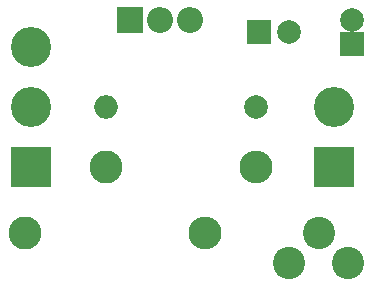
<source format=gbr>
G04 #@! TF.FileFunction,Soldermask,Bot*
%FSLAX46Y46*%
G04 Gerber Fmt 4.6, Leading zero omitted, Abs format (unit mm)*
G04 Created by KiCad (PCBNEW 4.0.7) date Wednesday, September 26, 2018 'PMt' 03:39:25 PM*
%MOMM*%
%LPD*%
G01*
G04 APERTURE LIST*
%ADD10C,0.100000*%
%ADD11R,2.000000X2.000000*%
%ADD12C,2.000000*%
%ADD13R,3.400000X3.400000*%
%ADD14C,3.400000*%
%ADD15C,2.800000*%
%ADD16O,2.800000X2.800000*%
%ADD17O,2.000000X2.000000*%
%ADD18C,2.740000*%
%ADD19R,2.200000X2.200000*%
%ADD20O,2.200000X2.200000*%
G04 APERTURE END LIST*
D10*
D11*
X169926000Y-79756000D03*
D12*
X169926000Y-77756000D03*
D11*
X162052000Y-78740000D03*
D12*
X164552000Y-78740000D03*
D13*
X142748000Y-90170000D03*
D14*
X142748000Y-85090000D03*
X142748000Y-80010000D03*
D13*
X168402000Y-90170000D03*
D14*
X168402000Y-85090000D03*
D15*
X142240000Y-95758000D03*
D16*
X157480000Y-95758000D03*
D12*
X161798000Y-85090000D03*
D17*
X149098000Y-85090000D03*
D15*
X149098000Y-90170000D03*
D16*
X161798000Y-90170000D03*
D18*
X169592000Y-98298000D03*
X167092000Y-95798000D03*
X164592000Y-98298000D03*
D19*
X151130000Y-77724000D03*
D20*
X153670000Y-77724000D03*
X156210000Y-77724000D03*
M02*

</source>
